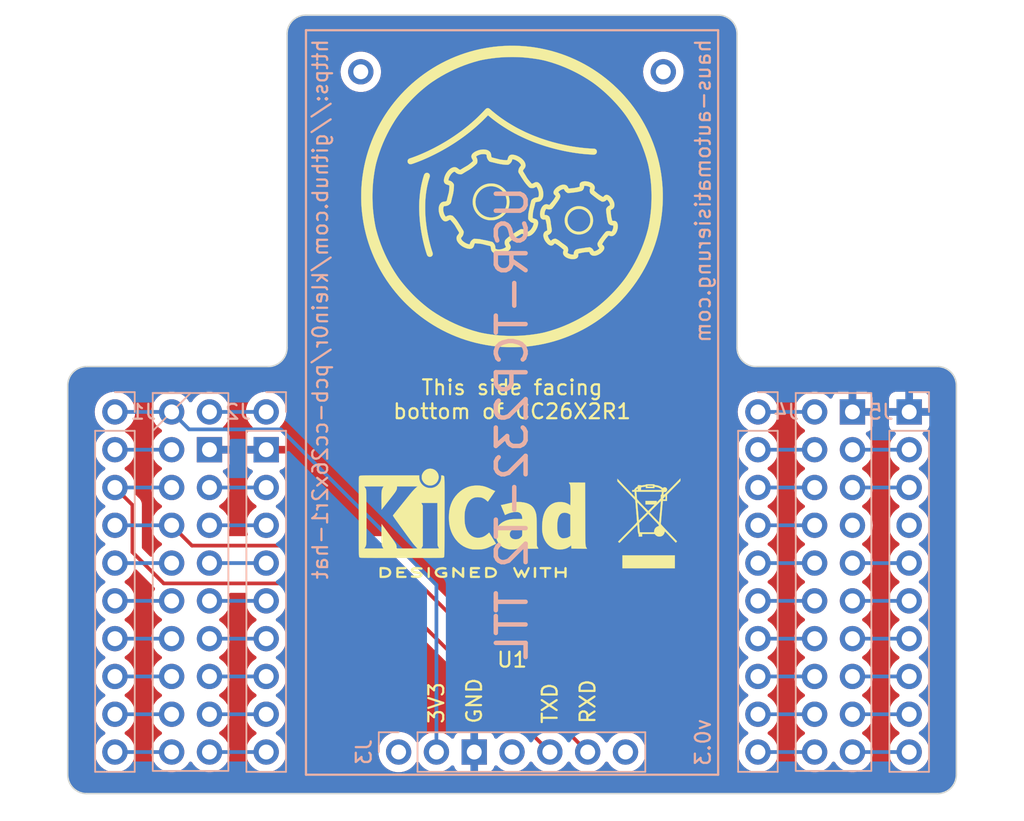
<source format=kicad_pcb>
(kicad_pcb (version 20221018) (generator pcbnew)
  (title_block (title "CC26X2R1 HAT") (date "2024-03-15") (rev "0.3") (company "haus-automatisierung.com") (comment 1 "Matthias Kleine"))
  (layers (0 "F.Cu" signal) (31 "B.Cu" signal) (34 "B.Paste" user) (35 "F.Paste" user) (36 "B.SilkS" user "B.Silkscreen") (37 "F.SilkS" user "F.Silkscreen") (38 "B.Mask" user) (39 "F.Mask" user) (44 "Edge.Cuts" user))
  (net 0 "")
  (net 1 "DIO23")
  (net 2 "DIO22")
  (net 3 "DIO24")
  (net 4 "DIO10")
  (net 5 "DIO21")
  (net 6 "DIO4")
  (net 7 "DIO5")
  (net 8 "+5V")
  (net 9 "DIO25")
  (net 10 "DIO26")
  (net 11 "DIO27")
  (net 12 "DIO28")
  (net 13 "DIO29")
  (net 14 "DIO30")
  (net 15 "DIO0")
  (net 16 "DIO1")
  (net 17 "DIO7")
  (net 18 "DIO6")
  (net 19 "DIO20")
  (net 20 "DIO19")
  (net 24 "+3V3")
  (net 25 "DIO18")
  (net 26 "RESET")
  (net 27 "TMS")
  (net 28 "TCK")
  (net 29 "DIO16")
  (net 30 "DIO17")
  (net 31 "DIO12")
  (net 32 "DIO11")
  (net 33 "LP_RST")
  (net 34 "DIO9")
  (net 35 "DIO8")
  (net 36 "DIO13")
  (net 37 "DIO14")
  (net 39 "DIO15")
  (net 40 "GND")
  (net 41 "TXD")
  (net 42 "RXD")
  (footprint "Symbol:WEEE-Logo_4.2x6mm_SilkScreen" (layer "F.Cu") (at 152.0634 93.848606)
    (fp_text reference "REF**" hide)
    (fp_text value "WEEE-Logo_4.2x6mm_SilkScreen" hide)
  )
  (footprint "haus-automatisierung:CC26X2R1" (layer "F.Cu") (at 142.875 97.79)
    (fp_text reference "U1" (at 0 5.2324 unlocked) (layer "F.SilkS"))
    (fp_text value "CC26X2R1")
    (pad "1" thru_hole circle locked (at -22.865 -11.43) (size 1.7 1.7) (drill 1) (layers "*.Cu" "*.Mask") (net 24 "+3V3"))
    (pad "2" thru_hole circle locked (at -22.865 -8.89) (size 1.7 1.7) (drill 1) (layers "*.Cu" "*.Mask") (net 1 "DIO23"))
    (pad "3" thru_hole circle locked (at -22.865 -6.35) (size 1.7 1.7) (drill 1) (layers "*.Cu" "*.Mask") (net 41 "TXD"))
    (pad "4" thru_hole circle locked (at -22.865 -3.81) (size 1.7 1.7) (drill 1) (layers "*.Cu" "*.Mask") (net 42 "RXD"))
    (pad "5" thru_hole circle locked (at -22.865 -1.27) (size 1.7 1.7) (drill 1) (layers "*.Cu" "*.Mask") (net 2 "DIO22"))
    (pad "6" thru_hole circle locked (at -22.865 1.27) (size 1.7 1.7) (drill 1) (layers "*.Cu" "*.Mask") (net 3 "DIO24"))
    (pad "7" thru_hole circle locked (at -22.865 3.81) (size 1.7 1.7) (drill 1) (layers "*.Cu" "*.Mask") (net 4 "DIO10"))
    (pad "8" thru_hole circle locked (at -22.865 6.35) (size 1.7 1.7) (drill 1) (layers "*.Cu" "*.Mask") (net 5 "DIO21"))
    (pad "9" thru_hole circle locked (at -22.865 8.89) (size 1.7 1.7) (drill 1) (layers "*.Cu" "*.Mask") (net 6 "DIO4"))
    (pad "10" thru_hole circle locked (at -22.865 11.43) (size 1.7 1.7) (drill 1) (layers "*.Cu" "*.Mask") (net 7 "DIO5"))
    (pad "11" thru_hole circle locked (at 22.865 11.43) (size 1.7 1.7) (drill 1) (layers "*.Cu" "*.Mask") (net 39 "DIO15"))
    (pad "12" thru_hole circle locked (at 22.865 8.89) (size 1.7 1.7) (drill 1) (layers "*.Cu" "*.Mask") (net 37 "DIO14"))
    (pad "13" thru_hole circle locked (at 22.865 6.35) (size 1.7 1.7) (drill 1) (layers "*.Cu" "*.Mask") (net 36 "DIO13"))
    (pad "14" thru_hole circle locked (at 22.865 3.81) (size 1.7 1.7) (drill 1) (layers "*.Cu" "*.Mask") (net 35 "DIO8"))
    (pad "15" thru_hole circle locked (at 22.865 1.27) (size 1.7 1.7) (drill 1) (layers "*.Cu" "*.Mask") (net 34 "DIO9"))
    (pad "16" thru_hole circle locked (at 22.865 -1.27) (size 1.7 1.7) (drill 1) (layers "*.Cu" "*.Mask") (net 33 "LP_RST"))
    (pad "17" thru_hole circle locked (at 22.865 -3.81) (size 1.7 1.7) (drill 1) (layers "*.Cu" "*.Mask"))
    (pad "18" thru_hole circle locked (at 22.865 -6.35) (size 1.7 1.7) (drill 1) (layers "*.Cu" "*.Mask") (net 32 "DIO11"))
    (pad "19" thru_hole circle locked (at 22.865 -8.89) (size 1.7 1.7) (drill 1) (layers "*.Cu" "*.Mask") (net 31 "DIO12"))
    (pad "20" thru_hole rect locked (at 22.865 -11.43) (size 1.7 1.7) (drill 1) (layers "*.Cu" "*.Mask") (net 40 "GND"))
    (pad "21" thru_hole circle locked (at -20.325 -11.43) (size 1.7 1.7) (drill 1) (layers "*.Cu" "*.Mask") (net 8 "+5V"))
    (pad "22" thru_hole rect locked (at -20.325 -8.89) (size 1.7 1.7) (drill 1) (layers "*.Cu" "*.Mask") (net 40 "GND"))
    (pad "23" thru_hole circle locked (at -20.325 -6.35) (size 1.7 1.7) (drill 1) (layers "*.Cu" "*.Mask") (net 9 "DIO25"))
    (pad "24" thru_hole circle locked (at -20.325 -3.81) (size 1.7 1.7) (drill 1) (layers "*.Cu" "*.Mask") (net 10 "DIO26"))
    (pad "25" thru_hole circle locked (at -20.325 -1.27) (size 1.7 1.7) (drill 1) (layers "*.Cu" "*.Mask") (net 11 "DIO27"))
    (pad "26" thru_hole circle locked (at -20.325 1.27) (size 1.7 1.7) (drill 1) (layers "*.Cu" "*.Mask") (net 12 "DIO28"))
    (pad "27" thru_hole circle locked (at -20.325 3.81) (size 1.7 1.7) (drill 1) (layers "*.Cu" "*.Mask") (net 13 "DIO29"))
    (pad "28" thru_hole circle locked (at -20.325 6.35) (size 1.7 1.7) (drill 1) (layers "*.Cu" "*.Mask") (net 14 "DIO30"))
    (pad "29" thru_hole circle locked (at -20.325 8.89) (size 1.7 1.7) (drill 1) (layers "*.Cu" "*.Mask") (net 15 "DIO0"))
    (pad "30" thru_hole circle locked (at -20.325 11.43) (size 1.7 1.7) (drill 1) (layers "*.Cu" "*.Mask") (net 16 "DIO1"))
    (pad "31" thru_hole circle locked (at 20.325 11.43) (size 1.7 1.7) (drill 1) (layers "*.Cu" "*.Mask") (net 30 "DIO17"))
    (pad "32" thru_hole circle locked (at 20.325 8.89) (size 1.7 1.7) (drill 1) (layers "*.Cu" "*.Mask") (net 29 "DIO16"))
    (pad "33" thru_hole circle locked (at 20.325 6.35) (size 1.7 1.7) (drill 1) (layers "*.Cu" "*.Mask") (net 28 "TCK"))
    (pad "34" thru_hole circle locked (at 20.325 3.81) (size 1.7 1.7) (drill 1) (layers "*.Cu" "*.Mask") (net 27 "TMS"))
    (pad "35" thru_hole circle locked (at 20.325 1.27) (size 1.7 1.7) (drill 1) (layers "*.Cu" "*.Mask") (net 26 "RESET"))
    (pad "36" thru_hole circle locked (at 20.325 -1.27) (size 1.7 1.7) (drill 1) (layers "*.Cu" "*.Mask") (net 25 "DIO18"))
    (pad "37" thru_hole circle locked (at 20.325 -3.81) (size 1.7 1.7) (drill 1) (layers "*.Cu" "*.Mask") (net 20 "DIO19"))
    (pad "38" thru_hole circle locked (at 20.325 -6.35) (size 1.7 1.7) (drill 1) (layers "*.Cu" "*.Mask") (net 19 "DIO20"))
    (pad "39" thru_hole circle locked (at 20.325 -8.89) (size 1.7 1.7) (drill 1) (layers "*.Cu" "*.Mask") (net 18 "DIO6"))
    (pad "40" thru_hole circle locked (at 20.325 -11.43) (size 1.7 1.7) (drill 1) (layers "*.Cu" "*.Mask") (net 17 "DIO7"))
  )
  (footprint "MountingHole:MountingHole_2.2mm_M2_Pad" (layer "F.Cu") (at 153.035 63.5)
    (fp_text reference "REF**" hide)
    (fp_text value "MountingHole_2.2mm_M2_Pad" hide)
    (pad "" thru_hole circle (at 0 0) (size 1.7 1.7) (drill 1) (layers "*.Cu" "*.Mask"))
  )
  (footprint "MountingHole:MountingHole_2.2mm_M2_Pad" (layer "F.Cu") (at 132.715 63.5)
    (fp_text reference "REF**" hide)
    (fp_text value "MountingHole_2.2mm_M2_Pad" hide)
    (pad "" thru_hole circle (at 0 0) (size 1.7 1.7) (drill 1) (layers "*.Cu" "*.Mask"))
  )
  (footprint "Symbol:KiCad-Logo2_6mm_SilkScreen" (layer "F.Cu") (at 140.238514 93.151248)
    (fp_text reference "REF**" hide)
    (fp_text value "KiCad-Logo2_6mm_SilkScreen" hide)
  )
  (footprint "haus-automatisierung:Logo_20mm" (layer "F.Cu") (at 142.875 71.882)
    (fp_text reference "G***" hide)
    (fp_text value "LOGO" hide)
  )
  (footprint "Connector_PinHeader_2.54mm:PinHeader_1x07_P2.54mm_Vertical" (layer "B.Cu") (at 135.255 109.22 -90)
    (fp_text reference "J3" (at 0 2.33 90) (layer "B.SilkS") (effects (justify mirror)))
    (fp_text value "Conn_01x07")
    (pad "1" thru_hole oval (at 0 0 270) (size 1.7 1.7) (drill 1) (layers "*.Cu" "*.Mask"))
    (pad "2" thru_hole oval (at 0 -2.54 270) (size 1.7 1.7) (drill 1) (layers "*.Cu" "*.Mask") (net 24 "+3V3"))
    (pad "3" thru_hole rect (at 0 -5.08 270) (size 1.7 1.7) (drill 1) (layers "*.Cu" "*.Mask") (net 40 "GND"))
    (pad "4" thru_hole oval (at 0 -7.62 270) (size 1.7 1.7) (drill 1) (layers "*.Cu" "*.Mask"))
    (pad "5" thru_hole oval (at 0 -10.16 270) (size 1.7 1.7) (drill 1) (layers "*.Cu" "*.Mask") (net 41 "TXD"))
    (pad "6" thru_hole oval (at 0 -12.7 270) (size 1.7 1.7) (drill 1) (layers "*.Cu" "*.Mask") (net 42 "RXD"))
    (pad "7" thru_hole oval (at 0 -15.24 270) (size 1.7 1.7) (drill 1) (layers "*.Cu" "*.Mask"))
  )
  (footprint "Connector_PinHeader_2.54mm:PinHeader_1x10_P2.54mm_Vertical" (layer "B.Cu") (at 116.2 86.36 180)
    (fp_text reference "J1" (at -1.91 0) (layer "B.SilkS") (effects (justify mirror)))
    (fp_text value "Conn_01x10_Female")
    (pad "1" thru_hole circle locked (at 0 0 180) (size 1.7 1.7) (drill 1) (layers "*.Cu" "*.Mask") (net 24 "+3V3"))
    (pad "2" thru_hole oval locked (at 0 -2.54 180) (size 1.7 1.7) (drill 1) (layers "*.Cu" "*.Mask") (net 1 "DIO23"))
    (pad "3" thru_hole oval locked (at 0 -5.08 180) (size 1.7 1.7) (drill 1) (layers "*.Cu" "*.Mask") (net 41 "TXD"))
    (pad "4" thru_hole oval locked (at 0 -7.62 180) (size 1.7 1.7) (drill 1) (layers "*.Cu" "*.Mask") (net 42 "RXD"))
    (pad "5" thru_hole oval locked (at 0 -10.16 180) (size 1.7 1.7) (drill 1) (layers "*.Cu" "*.Mask") (net 2 "DIO22"))
    (pad "6" thru_hole oval locked (at 0 -12.7 180) (size 1.7 1.7) (drill 1) (layers "*.Cu" "*.Mask") (net 3 "DIO24"))
    (pad "7" thru_hole oval locked (at 0 -15.24 180) (size 1.7 1.7) (drill 1) (layers "*.Cu" "*.Mask") (net 4 "DIO10"))
    (pad "8" thru_hole oval locked (at 0 -17.78 180) (size 1.7 1.7) (drill 1) (layers "*.Cu" "*.Mask") (net 5 "DIO21"))
    (pad "9" thru_hole oval locked (at 0 -20.32 180) (size 1.7 1.7) (drill 1) (layers "*.Cu" "*.Mask") (net 6 "DIO4"))
    (pad "10" thru_hole oval locked (at 0 -22.86 180) (size 1.7 1.7) (drill 1) (layers "*.Cu" "*.Mask") (net 7 "DIO5"))
  )
  (footprint "Connector_PinHeader_2.54mm:PinHeader_1x10_P2.54mm_Vertical" (layer "B.Cu") (at 169.55 86.36 180)
    (fp_text reference "J5" (at 1.91 0) (layer "B.SilkS") (effects (justify mirror)))
    (fp_text value "Conn_01x10_Female")
    (pad "1" thru_hole rect locked (at 0 0 180) (size 1.7 1.7) (drill 1) (layers "*.Cu" "*.Mask") (net 40 "GND"))
    (pad "2" thru_hole oval locked (at 0 -2.54 180) (size 1.7 1.7) (drill 1) (layers "*.Cu" "*.Mask") (net 31 "DIO12"))
    (pad "3" thru_hole oval locked (at 0 -5.08 180) (size 1.7 1.7) (drill 1) (layers "*.Cu" "*.Mask") (net 32 "DIO11"))
    (pad "4" thru_hole oval locked (at 0 -7.62 180) (size 1.7 1.7) (drill 1) (layers "*.Cu" "*.Mask"))
    (pad "5" thru_hole oval locked (at 0 -10.16 180) (size 1.7 1.7) (drill 1) (layers "*.Cu" "*.Mask") (net 33 "LP_RST"))
    (pad "6" thru_hole oval locked (at 0 -12.7 180) (size 1.7 1.7) (drill 1) (layers "*.Cu" "*.Mask") (net 34 "DIO9"))
    (pad "7" thru_hole oval locked (at 0 -15.24 180) (size 1.7 1.7) (drill 1) (layers "*.Cu" "*.Mask") (net 35 "DIO8"))
    (pad "8" thru_hole oval locked (at 0 -17.78 180) (size 1.7 1.7) (drill 1) (layers "*.Cu" "*.Mask") (net 36 "DIO13"))
    (pad "9" thru_hole oval locked (at 0 -20.32 180) (size 1.7 1.7) (drill 1) (layers "*.Cu" "*.Mask") (net 37 "DIO14"))
    (pad "10" thru_hole oval locked (at 0 -22.86 180) (size 1.7 1.7) (drill 1) (layers "*.Cu" "*.Mask") (net 39 "DIO15"))
  )
  (footprint "Connector_PinHeader_2.54mm:PinHeader_1x10_P2.54mm_Vertical" (layer "B.Cu") (at 159.39 86.36 180)
    (fp_text reference "J4" (at -1.9 0) (layer "B.SilkS") (effects (justify mirror)))
    (fp_text value "Conn_01x10_Female")
    (pad "1" thru_hole circle locked (at 0 0 180) (size 1.7 1.7) (drill 1) (layers "*.Cu" "*.Mask") (net 17 "DIO7"))
    (pad "2" thru_hole oval locked (at 0 -2.54 180) (size 1.7 1.7) (drill 1) (layers "*.Cu" "*.Mask") (net 18 "DIO6"))
    (pad "3" thru_hole oval locked (at 0 -5.08 180) (size 1.7 1.7) (drill 1) (layers "*.Cu" "*.Mask") (net 19 "DIO20"))
    (pad "4" thru_hole oval locked (at 0 -7.62 180) (size 1.7 1.7) (drill 1) (layers "*.Cu" "*.Mask") (net 20 "DIO19"))
    (pad "5" thru_hole oval locked (at 0 -10.16 180) (size 1.7 1.7) (drill 1) (layers "*.Cu" "*.Mask") (net 25 "DIO18"))
    (pad "6" thru_hole oval locked (at 0 -12.7 180) (size 1.7 1.7) (drill 1) (layers "*.Cu" "*.Mask") (net 26 "RESET"))
    (pad "7" thru_hole oval locked (at 0 -15.24 180) (size 1.7 1.7) (drill 1) (layers "*.Cu" "*.Mask") (net 27 "TMS"))
    (pad "8" thru_hole oval locked (at 0 -17.78 180) (size 1.7 1.7) (drill 1) (layers "*.Cu" "*.Mask") (net 28 "TCK"))
    (pad "9" thru_hole oval locked (at 0 -20.32 180) (size 1.7 1.7) (drill 1) (layers "*.Cu" "*.Mask") (net 29 "DIO16"))
    (pad "10" thru_hole oval locked (at 0 -22.86 180) (size 1.7 1.7) (drill 1) (layers "*.Cu" "*.Mask") (net 30 "DIO17"))
  )
  (footprint "Connector_PinHeader_2.54mm:PinHeader_1x10_P2.54mm_Vertical" (layer "B.Cu") (at 126.36 86.36 180)
    (fp_text reference "J2" (at 1.9 0) (layer "B.SilkS") (effects (justify mirror)))
    (fp_text value "Conn_01x10_Female")
    (pad "1" thru_hole circle locked (at 0 0 180) (size 1.7 1.7) (drill 1) (layers "*.Cu" "*.Mask") (net 8 "+5V"))
    (pad "2" thru_hole rect locked (at 0 -2.54 180) (size 1.7 1.7) (drill 1) (layers "*.Cu" "*.Mask") (net 40 "GND"))
    (pad "3" thru_hole oval locked (at 0 -5.08 180) (size 1.7 1.7) (drill 1) (layers "*.Cu" "*.Mask") (net 9 "DIO25"))
    (pad "4" thru_hole oval locked (at 0 -7.62 180) (size 1.7 1.7) (drill 1) (layers "*.Cu" "*.Mask") (net 10 "DIO26"))
    (pad "5" thru_hole oval locked (at 0 -10.16 180) (size 1.7 1.7) (drill 1) (layers "*.Cu" "*.Mask") (net 11 "DIO27"))
    (pad "6" thru_hole oval locked (at 0 -12.7 180) (size 1.7 1.7) (drill 1) (layers "*.Cu" "*.Mask") (net 12 "DIO28"))
    (pad "7" thru_hole oval locked (at 0 -15.24 180) (size 1.7 1.7) (drill 1) (layers "*.Cu" "*.Mask") (net 13 "DIO29"))
    (pad "8" thru_hole oval locked (at 0 -17.78 180) (size 1.7 1.7) (drill 1) (layers "*.Cu" "*.Mask") (net 14 "DIO30"))
    (pad "9" thru_hole oval locked (at 0 -20.32 180) (size 1.7 1.7) (drill 1) (layers "*.Cu" "*.Mask") (net 15 "DIO0"))
    (pad "10" thru_hole oval locked (at 0 -22.86 180) (size 1.7 1.7) (drill 1) (layers "*.Cu" "*.Mask") (net 16 "DIO1"))
  )
  (gr_line (start 129.032 110.744) (end 156.718 110.744) (stroke (width 0.15)) (layer "B.SilkS"))
  (gr_line (start 156.718 60.706) (end 156.718 110.744) (stroke (width 0.15)) (layer "B.SilkS"))
  (gr_line (start 129.032 60.706) (end 129.032 110.744) (stroke (width 0.15)) (layer "B.SilkS"))
  (gr_line (start 129.032 60.706) (end 156.718 60.706) (stroke (width 0.15)) (layer "B.SilkS"))
  (gr_line (start 127.762 82.042) (end 127.762 60.96) (stroke (width 0.1)) (layer "Edge.Cuts"))
  (gr_arc (start 172.72 110.744) (mid 172.348026 111.642026) (end 171.45 112.014) (stroke (width 0.1)) (layer "Edge.Cuts"))
  (gr_arc (start 159.258 83.312) (mid 158.359974 82.940026) (end 157.988 82.042) (stroke (width 0.1)) (layer "Edge.Cuts"))
  (gr_arc (start 127.762 60.96) (mid 128.133974 60.061974) (end 129.032 59.69) (stroke (width 0.1)) (layer "Edge.Cuts"))
  (gr_arc (start 114.3 112.014) (mid 113.401974 111.642026) (end 113.03 110.744) (stroke (width 0.1)) (layer "Edge.Cuts"))
  (gr_arc (start 171.45 83.312) (mid 172.348026 83.683974) (end 172.72 84.582) (stroke (width 0.1)) (layer "Edge.Cuts"))
  (gr_line (start 159.258 83.312) (end 171.45 83.312) (stroke (width 0.1)) (layer "Edge.Cuts"))
  (gr_arc (start 113.03 84.582) (mid 113.401974 83.683974) (end 114.3 83.312) (stroke (width 0.1)) (layer "Edge.Cuts"))
  (gr_line (start 129.032 59.69) (end 156.718 59.69) (stroke (width 0.1)) (layer "Edge.Cuts"))
  (gr_line (start 172.72 110.744) (end 172.72 84.582) (stroke (width 0.1)) (layer "Edge.Cuts"))
  (gr_arc (start 127.762 82.042) (mid 127.390026 82.940026) (end 126.492 83.312) (stroke (width 0.1)) (layer "Edge.Cuts"))
  (gr_line (start 114.3 112.014) (end 171.45 112.014) (stroke (width 0.1)) (layer "Edge.Cuts"))
  (gr_line (start 114.3 83.312) (end 126.492 83.312) (stroke (width 0.1)) (layer "Edge.Cuts"))
  (gr_arc (start 156.718 59.69) (mid 157.616026 60.061974) (end 157.988 60.96) (stroke (width 0.1)) (layer "Edge.Cuts"))
  (gr_line (start 157.988 82.042) (end 157.988 60.96) (stroke (width 0.1)) (layer "Edge.Cuts"))
  (gr_line (start 113.03 110.744) (end 113.03 84.582) (stroke (width 0.1)) (layer "Edge.Cuts"))
  (gr_text "https://github.com/klein0r/pcb-cc26x2r1-hat" (at 129.9972 61.214 90) (layer "B.SilkS") (effects (font (size 1 1)) (justify left mirror)))
  (gr_text "v0.3" (at 155.702 110.236 90) (layer "B.SilkS") (effects (font (size 1 1)) (justify right mirror)))
  (gr_text "haus-automatisierung.com" (at 155.702 61.214 90) (layer "B.SilkS") (effects (font (size 1 1)) (justify left mirror)))
  (gr_text "USR-TCP232-T2 TTL" (at 142.875 87.122 90) (layer "B.SilkS") (effects (font (size 2 2) (thickness 0.3)) (justify mirror)))
  (gr_text "3V3" (at 137.795 107.4 90) (layer "F.SilkS") (effects (font (size 1 1)) (justify left)))
  (gr_text "RXD" (at 147.955 107.4 90) (layer "F.SilkS") (effects (font (size 1 1)) (justify left)))
  (gr_text "GND" (at 140.335 107.4 90) (layer "F.SilkS") (effects (font (size 1 1)) (justify left)))
  (gr_text "This side facing\nbottom of CC26X2R1" (at 142.875 85.5218) (layer "F.SilkS") (effects (font (size 1 1))))
  (gr_text "TXD" (at 145.415 107.4 90) (layer "F.SilkS") (effects (font (size 1 1)) (justify left)))
  (segment (start 116.2 88.9) (end 120.01 88.9) (width 0.25) (layer "B.Cu") (net 1))
  (segment (start 116.2 96.52) (end 120.01 96.52) (width 0.25) (layer "B.Cu") (net 2))
  (segment (start 116.2 99.06) (end 120.01 99.06) (width 0.25) (layer "B.Cu") (net 3))
  (segment (start 116.2 101.6) (end 120.01 101.6) (width 0.25) (layer "B.Cu") (net 4))
  (segment (start 116.2 104.14) (end 120.01 104.14) (width 0.25) (layer "B.Cu") (net 5))
  (segment (start 116.2 106.68) (end 120.01 106.68) (width 0.25) (layer "B.Cu") (net 6))
  (segment (start 116.2 109.22) (end 120.01 109.22) (width 0.25) (layer "B.Cu") (net 7))
  (segment (start 126.36 86.36) (end 122.55 86.36) (width 0.25) (layer "B.Cu") (net 8))
  (segment (start 126.36 91.44) (end 122.55 91.44) (width 0.25) (layer "B.Cu") (net 9))
  (segment (start 126.36 93.98) (end 122.55 93.98) (width 0.25) (layer "B.Cu") (net 10))
  (segment (start 126.36 96.52) (end 122.55 96.52) (width 0.25) (layer "B.Cu") (net 11))
  (segment (start 126.36 99.06) (end 122.55 99.06) (width 0.25) (layer "B.Cu") (net 12))
  (segment (start 126.36 101.6) (end 122.55 101.6) (width 0.25) (layer "B.Cu") (net 13))
  (segment (start 126.36 104.14) (end 122.55 104.14) (width 0.25) (layer "B.Cu") (net 14))
  (segment (start 122.55 106.68) (end 126.36 106.68) (width 0.25) (layer "B.Cu") (net 15))
  (segment (start 126.36 109.22) (end 122.55 109.22) (width 0.25) (layer "B.Cu") (net 16))
  (segment (start 159.39 86.36) (end 163.2 86.36) (width 0.25) (layer "B.Cu") (net 17))
  (segment (start 159.39 88.9) (end 163.2 88.9) (width 0.25) (layer "B.Cu") (net 18))
  (segment (start 159.39 91.44) (end 163.2 91.44) (width 0.25) (layer "B.Cu") (net 19))
  (segment (start 159.39 93.98) (end 163.2 93.98) (width 0.25) (layer "B.Cu") (net 20))
  (segment (start 137.795 109.22) (end 137.795 97.985978) (width 0.25) (layer "B.Cu") (net 24))
  (segment (start 121.184511 87.534511) (end 120.01 86.36) (width 0.25) (layer "B.Cu") (net 24))
  (segment (start 127.343533 87.534511) (end 121.184511 87.534511) (width 0.25) (layer "B.Cu") (net 24))
  (segment (start 137.795 97.985978) (end 127.343533 87.534511) (width 0.25) (layer "B.Cu") (net 24))
  (segment (start 116.2 86.36) (end 120.01 86.36) (width 0.25) (layer "B.Cu") (net 24))
  (segment (start 159.39 96.52) (end 163.2 96.52) (width 0.25) (layer "B.Cu") (net 25))
  (segment (start 159.39 99.06) (end 163.2 99.06) (width 0.25) (layer "B.Cu") (net 26))
  (segment (start 159.39 101.6) (end 163.2 101.6) (width 0.25) (layer "B.Cu") (net 27))
  (segment (start 159.39 104.14) (end 163.2 104.14) (width 0.25) (layer "B.Cu") (net 28))
  (segment (start 159.39 106.68) (end 163.2 106.68) (width 0.25) (layer "B.Cu") (net 29))
  (segment (start 159.39 109.22) (end 163.2 109.22) (width 0.25) (layer "B.Cu") (net 30))
  (segment (start 165.74 88.9) (end 169.55 88.9) (width 0.25) (layer "B.Cu") (net 31))
  (segment (start 165.74 91.44) (end 169.55 91.44) (width 0.25) (layer "B.Cu") (net 32))
  (segment (start 165.74 96.52) (end 169.55 96.52) (width 0.25) (layer "B.Cu") (net 33))
  (segment (start 165.74 99.06) (end 169.55 99.06) (width 0.25) (layer "B.Cu") (net 34))
  (segment (start 165.74 101.6) (end 169.55 101.6) (width 0.25) (layer "B.Cu") (net 35))
  (segment (start 165.74 104.14) (end 169.55 104.14) (width 0.25) (layer "B.Cu") (net 36))
  (segment (start 165.74 106.68) (end 169.55 106.68) (width 0.25) (layer "B.Cu") (net 37))
  (segment (start 165.74 109.22) (end 169.55 109.22) (width 0.25) (layer "B.Cu") (net 39))
  (segment (start 134.080489 97.885489) (end 119.475489 97.885489) (width 0.25) (layer "F.Cu") (net 41))
  (segment (start 145.415 109.22) (end 134.080489 97.885489) (width 0.25) (layer "F.Cu") (net 41))
  (segment (start 117.374511 95.784511) (end 117.374511 92.614511) (width 0.25) (layer "F.Cu") (net 41))
  (segment (start 119.475489 97.885489) (end 117.374511 95.784511) (width 0.25) (layer "F.Cu") (net 41))
  (segment (start 117.374511 92.614511) (end 116.2 91.44) (width 0.25) (layer "F.Cu") (net 41))
  (segment (start 116.2 91.44) (end 120.01 91.44) (width 0.25) (layer "B.Cu") (net 41))
  (segment (start 147.955 109.22) (end 134.080489 95.345489) (width 0.25) (layer "F.Cu") (net 42))
  (segment (start 134.080489 95.345489) (end 121.375489 95.345489) (width 0.25) (layer "F.Cu") (net 42))
  (segment (start 121.375489 95.345489) (end 120.01 93.98) (width 0.25) (layer "F.Cu") (net 42))
  (segment (start 116.2 93.98) (end 120.01 93.98) (width 0.25) (layer "B.Cu") (net 42))
  (zone (net 40) (net_name "GND") (layers "F&B.Cu") (connect_pads (clearance 0.508)) (min_thickness 0.254) (fill yes (thermal_gap 0.508) (thermal_bridge_width 0.508))
    (polygon (pts (xy 174.752 113.157) (xy 111.252 113.157) (xy 111.252 58.674) (xy 174.752 58.674)))
  )
)
</source>
